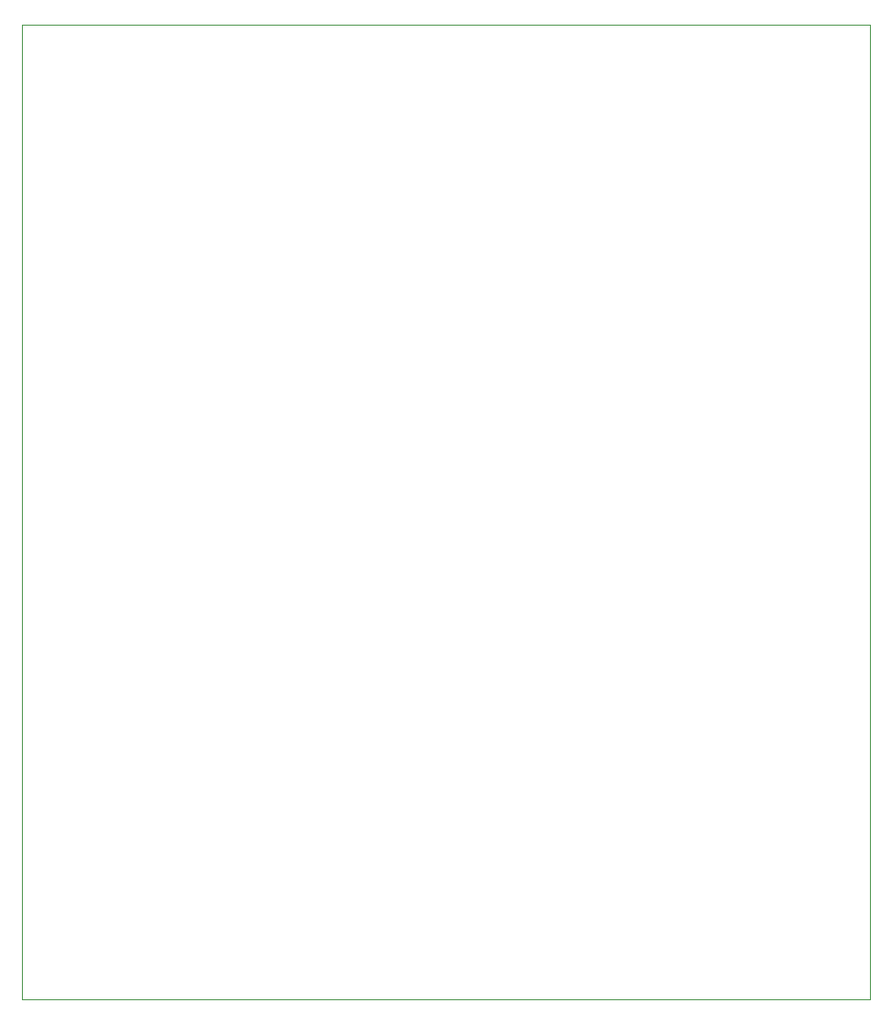
<source format=gbr>
%TF.GenerationSoftware,KiCad,Pcbnew,7.0.5*%
%TF.CreationDate,2023-10-05T13:57:49+07:00*%
%TF.ProjectId,Driver_motor,44726976-6572-45f6-9d6f-746f722e6b69,rev?*%
%TF.SameCoordinates,Original*%
%TF.FileFunction,Profile,NP*%
%FSLAX46Y46*%
G04 Gerber Fmt 4.6, Leading zero omitted, Abs format (unit mm)*
G04 Created by KiCad (PCBNEW 7.0.5) date 2023-10-05 13:57:49*
%MOMM*%
%LPD*%
G01*
G04 APERTURE LIST*
%TA.AperFunction,Profile*%
%ADD10C,0.100000*%
%TD*%
G04 APERTURE END LIST*
D10*
X70231000Y-41656000D02*
X148717000Y-41656000D01*
X148717000Y-131826000D01*
X70231000Y-131826000D01*
X70231000Y-41656000D01*
M02*

</source>
